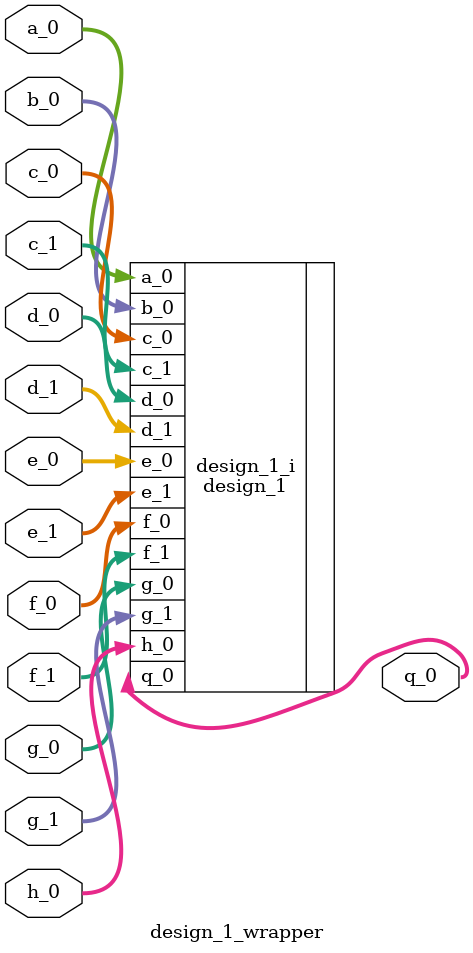
<source format=v>
`timescale 1 ps / 1 ps

module design_1_wrapper
   (a_0,
    b_0,
    c_0,
    c_1,
    d_0,
    d_1,
    e_0,
    e_1,
    f_0,
    f_1,
    g_0,
    g_1,
    h_0,
    q_0);
  input [7:0]a_0;
  input [7:0]b_0;
  input [7:0]c_0;
  input [7:0]c_1;
  input [7:0]d_0;
  input [7:0]d_1;
  input [7:0]e_0;
  input [7:0]e_1;
  input [7:0]f_0;
  input [7:0]f_1;
  input [7:0]g_0;
  input [7:0]g_1;
  input [7:0]h_0;
  output [7:0]q_0;

  wire [7:0]a_0;
  wire [7:0]b_0;
  wire [7:0]c_0;
  wire [7:0]c_1;
  wire [7:0]d_0;
  wire [7:0]d_1;
  wire [7:0]e_0;
  wire [7:0]e_1;
  wire [7:0]f_0;
  wire [7:0]f_1;
  wire [7:0]g_0;
  wire [7:0]g_1;
  wire [7:0]h_0;
  wire [7:0]q_0;

  design_1 design_1_i
       (.a_0(a_0),
        .b_0(b_0),
        .c_0(c_0),
        .c_1(c_1),
        .d_0(d_0),
        .d_1(d_1),
        .e_0(e_0),
        .e_1(e_1),
        .f_0(f_0),
        .f_1(f_1),
        .g_0(g_0),
        .g_1(g_1),
        .h_0(h_0),
        .q_0(q_0));
endmodule

</source>
